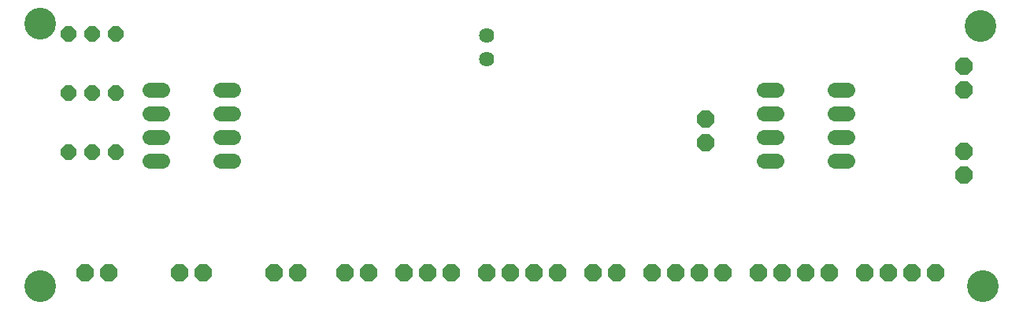
<source format=gbs>
G75*
G70*
%OFA0B0*%
%FSLAX24Y24*%
%IPPOS*%
%LPD*%
%AMOC8*
5,1,8,0,0,1.08239X$1,22.5*
%
%ADD10C,0.1340*%
%ADD11C,0.0640*%
%ADD12OC8,0.0720*%
%ADD13OC8,0.0640*%
%ADD14C,0.0640*%
D10*
X000961Y000961D03*
X000961Y012061D03*
X040761Y011961D03*
X040861Y000961D03*
D11*
X035141Y006261D02*
X034581Y006261D01*
X032141Y006261D02*
X031581Y006261D01*
X031581Y007261D02*
X032141Y007261D01*
X034581Y007261D02*
X035141Y007261D01*
X035141Y008261D02*
X034581Y008261D01*
X032141Y008261D02*
X031581Y008261D01*
X031581Y009261D02*
X032141Y009261D01*
X034581Y009261D02*
X035141Y009261D01*
X009141Y009261D02*
X008581Y009261D01*
X006141Y009261D02*
X005581Y009261D01*
X005581Y008261D02*
X006141Y008261D01*
X008581Y008261D02*
X009141Y008261D01*
X009141Y007261D02*
X008581Y007261D01*
X006141Y007261D02*
X005581Y007261D01*
X005581Y006261D02*
X006141Y006261D01*
X008581Y006261D02*
X009141Y006261D01*
D12*
X007861Y001511D03*
X006861Y001511D03*
X003861Y001511D03*
X002861Y001511D03*
X010861Y001511D03*
X011861Y001511D03*
X013861Y001511D03*
X014861Y001511D03*
X016361Y001511D03*
X017361Y001511D03*
X018361Y001511D03*
X019861Y001511D03*
X020861Y001511D03*
X021861Y001511D03*
X022861Y001511D03*
X024361Y001511D03*
X025361Y001511D03*
X026861Y001511D03*
X027861Y001511D03*
X028861Y001511D03*
X029861Y001511D03*
X031361Y001511D03*
X032361Y001511D03*
X033361Y001511D03*
X034361Y001511D03*
X035861Y001511D03*
X036861Y001511D03*
X037861Y001511D03*
X038861Y001511D03*
X040061Y005661D03*
X040061Y006661D03*
X040061Y009261D03*
X040061Y010261D03*
X029111Y008011D03*
X029111Y007011D03*
D13*
X004161Y006611D03*
X003161Y006611D03*
X002161Y006611D03*
X002161Y009111D03*
X003161Y009111D03*
X004161Y009111D03*
X004161Y011611D03*
X003161Y011611D03*
X002161Y011611D03*
D14*
X019861Y011561D03*
X019861Y010561D03*
M02*

</source>
